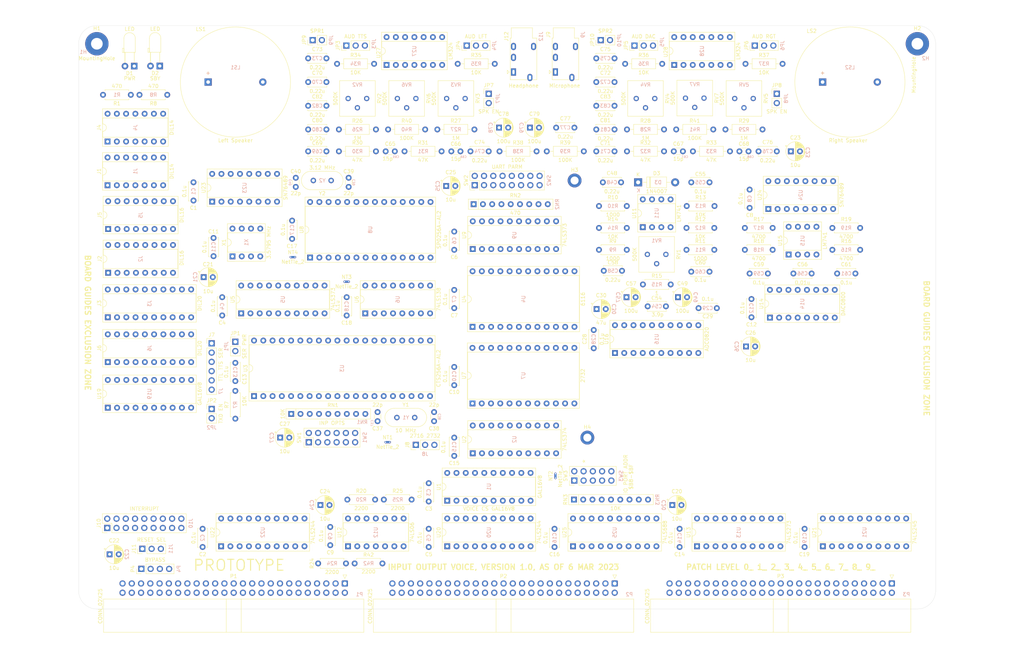
<source format=kicad_pcb>
(kicad_pcb (version 20211014) (generator pcbnew)
  (layers (0 "F.Cu" signal) (31 "B.Cu" signal) (34 "B.Paste" user) (35 "F.Paste" user) (36 "B.SilkS" user "B.Silkscreen") (37 "F.SilkS" user "F.Silkscreen") (38 "B.Mask" user) (39 "F.Mask" user) (44 "Edge.Cuts" user))
  (net 0 "")
  (net 1 "GND")
  (net 2 "VCC")
  (net 3 "Net-(C37-Pad1)")
  (net 4 "Net-(C38-Pad1)")
  (net 5 "Net-(C48-Pad2)")
  (net 6 "-12V")
  (net 7 "AUDIO_TTS")
  (net 8 "Net-(C56-Pad1)")
  (net 9 "/bus/~{TEND1}")
  (net 10 "/bus/~{DREQ1}")
  (net 11 "/bus/~{TEND0}")
  (net 12 "/bus/~{DREQ0}")
  (net 13 "~{M1}")
  (net 14 "~{IORQ}")
  (net 15 "~{WR}")
  (net 16 "~{RD}")
  (net 17 "A0")
  (net 18 "A1")
  (net 19 "A2")
  (net 20 "A3")
  (net 21 "A4")
  (net 22 "A5")
  (net 23 "A6")
  (net 24 "A7")
  (net 25 "+12V")
  (net 26 "D0")
  (net 27 "D1")
  (net 28 "D2")
  (net 29 "D3")
  (net 30 "D4")
  (net 31 "D5")
  (net 32 "D6")
  (net 33 "D7")
  (net 34 "/bus/D15")
  (net 35 "/bus/D31")
  (net 36 "/bus/D14")
  (net 37 "/bus/D30")
  (net 38 "/bus/D13")
  (net 39 "/bus/D29")
  (net 40 "/bus/D12")
  (net 41 "/bus/D28")
  (net 42 "/bus/D11")
  (net 43 "/bus/D27")
  (net 44 "/bus/D10")
  (net 45 "/bus/D26")
  (net 46 "/bus/D9")
  (net 47 "/bus/D25")
  (net 48 "/bus/D8")
  (net 49 "/bus/D24")
  (net 50 "/bus/D23")
  (net 51 "/bus/D22")
  (net 52 "/bus/D21")
  (net 53 "/bus/D20")
  (net 54 "/bus/D19")
  (net 55 "/bus/D18")
  (net 56 "/bus/D17")
  (net 57 "/bus/D16")
  (net 58 "/bus/~{BUSERR}")
  (net 59 "/bus/UDS")
  (net 60 "/bus/~{VPA}")
  (net 61 "/bus/LDS")
  (net 62 "/bus/~{VMA}")
  (net 63 "/bus/S2")
  (net 64 "/bus/~{BHE}")
  (net 65 "/bus/S1")
  (net 66 "/bus/IPL2")
  (net 67 "/bus/S0")
  (net 68 "/bus/IPL1")
  (net 69 "/bus/AUXCLK3")
  (net 70 "/bus/IPL0")
  (net 71 "/bus/AUXCLK2")
  (net 72 "/bus/A15")
  (net 73 "/bus/A31")
  (net 74 "/bus/A14")
  (net 75 "/bus/A30")
  (net 76 "/bus/A13")
  (net 77 "/bus/A29")
  (net 78 "/bus/A12")
  (net 79 "/bus/A28")
  (net 80 "/bus/A11")
  (net 81 "/bus/A27")
  (net 82 "/bus/A10")
  (net 83 "/bus/A26")
  (net 84 "/bus/A9")
  (net 85 "/bus/A25")
  (net 86 "/bus/A8")
  (net 87 "/bus/A24")
  (net 88 "/bus/A23")
  (net 89 "/bus/A22")
  (net 90 "/bus/A21")
  (net 91 "/bus/A20")
  (net 92 "/bus/A19")
  (net 93 "/bus/A18")
  (net 94 "/bus/A17")
  (net 95 "/bus/A16")
  (net 96 "/bus/IC3")
  (net 97 "/bus/IC2")
  (net 98 "/bus/IC1")
  (net 99 "/bus/IC0")
  (net 100 "/bus/AUXCLK1")
  (net 101 "/bus/AUXCLK0")
  (net 102 "/bus/E")
  (net 103 "/bus/ST")
  (net 104 "/bus/PHI")
  (net 105 "/bus/~{MREQ}")
  (net 106 "/bus/~{INT2}")
  (net 107 "/bus/~{INT1}")
  (net 108 "/bus/~{BUSACK}")
  (net 109 "/bus/CRUCLK")
  (net 110 "/bus/CLK")
  (net 111 "/bus/CRUOUT")
  (net 112 "/bus/CRUIN")
  (net 113 "/bus/~{NMI}")
  (net 114 "~{RES_IN}")
  (net 115 "~{RES_OUT}")
  (net 116 "/bus/USER8")
  (net 117 "/bus/~{BUSRQ}")
  (net 118 "/bus/USER7")
  (net 119 "Net-(C49-Pad1)")
  (net 120 "/bus/USER6")
  (net 121 "/bus/~{HALT}")
  (net 122 "/bus/USER5")
  (net 123 "/bus/~{RFSH}")
  (net 124 "/bus/USER4")
  (net 125 "/bus/USER3")
  (net 126 "/bus/USER2")
  (net 127 "/bus/USER1")
  (net 128 "/bus/USER0")
  (net 129 "~{BAI}")
  (net 130 "~{BAO}")
  (net 131 "~{IEI}")
  (net 132 "~{IEO}")
  (net 133 "/bus/I2C_SCL")
  (net 134 "/bus/I2C_SDA")
  (net 135 "Net-(C39-Pad1)")
  (net 136 "Net-(C40-Pad1)")
  (net 137 "Net-(C54-Pad1)")
  (net 138 "Net-(C54-Pad2)")
  (net 139 "/ADC-DAC/VPRE")
  (net 140 "Net-(C48-Pad1)")
  (net 141 "Net-(D1-Pad2)")
  (net 142 "Net-(D2-Pad1)")
  (net 143 "Net-(D2-Pad2)")
  (net 244 "/TTS/~{BUSY}")
  (net 245 "Net-(J7-Pad3)")
  (net 246 "/TTS/RXD")
  (net 247 "/TTS/TXD")
  (net 249 "/TTS/A11")
  (net 250 "Net-(J8-Pad2)")
  (net 251 "ONE")
  (net 252 "/ADC-DAC/VIN+")
  (net 253 "Net-(JP2-Pad2)")
  (net 254 "ZERO")
  (net 255 "VDD")
  (net 256 "VSS")
  (net 257 "~{CS_TTS}")
  (net 258 "Net-(C58-Pad1)")
  (net 259 "Net-(RN1-Pad2)")
  (net 260 "Net-(RN1-Pad3)")
  (net 261 "Net-(RN1-Pad4)")
  (net 262 "Net-(RN1-Pad5)")
  (net 263 "Net-(RN1-Pad6)")
  (net 264 "Net-(RN1-Pad7)")
  (net 267 "Net-(RN2-Pad2)")
  (net 268 "Net-(RN2-Pad3)")
  (net 269 "Net-(RN2-Pad4)")
  (net 270 "Net-(RN2-Pad5)")
  (net 271 "Net-(RN2-Pad6)")
  (net 272 "Net-(RN2-Pad7)")
  (net 273 "Net-(RN2-Pad8)")
  (net 274 "Net-(RN2-Pad9)")
  (net 275 "Net-(RN3-Pad2)")
  (net 276 "Net-(RN3-Pad3)")
  (net 277 "Net-(RN3-Pad4)")
  (net 278 "Net-(RN3-Pad5)")
  (net 282 "Net-(RN3-Pad9)")
  (net 283 "/TTS/SBY")
  (net 284 "/TTS/BUSY")
  (net 285 "Net-(C65-Pad1)")
  (net 286 "Net-(C73-Pad2)")
  (net 287 "/TTS/~{LOE}")
  (net 288 "/TTS/D0")
  (net 289 "bD0")
  (net 290 "bD1")
  (net 291 "/TTS/D1")
  (net 292 "/TTS/D2")
  (net 293 "bD2")
  (net 294 "bD3")
  (net 295 "/TTS/D3")
  (net 296 "/TTS/D4")
  (net 297 "bD4")
  (net 298 "bD5")
  (net 299 "/TTS/D5")
  (net 300 "/TTS/D6")
  (net 301 "bD6")
  (net 302 "bD7")
  (net 303 "/TTS/D7")
  (net 304 "/TTS/~{WE}")
  (net 305 "/TTS/~{LRQ}")
  (net 306 "~{bRESET}")
  (net 307 "/TTS/A14")
  (net 308 "/TTS/A13")
  (net 309 "/TTS/A12")
  (net 310 "/TTS/A10")
  (net 311 "/TTS/A9")
  (net 312 "/TTS/A8")
  (net 313 "/TTS/LE")
  (net 314 "/TTS/~{ENABLE}")
  (net 315 "/TTS/A7")
  (net 316 "/TTS/A6")
  (net 317 "/TTS/A5")
  (net 318 "/TTS/A4")
  (net 319 "/TTS/A3")
  (net 320 "/TTS/A2")
  (net 321 "/TTS/A1")
  (net 322 "/TTS/A0")
  (net 323 "/TTS/~{CS_RAM}")
  (net 324 "Net-(C80-Pad1)")
  (net 325 "/TTS/~{CS_ROM}")
  (net 326 "/TTS/~{ALD}")
  (net 327 "/TTS/~{UART_PAR}")
  (net 328 "Net-(C81-Pad1)")
  (net 329 "AUDIO_SNR")
  (net 330 "AUDIO_SNL")
  (net 331 "Net-(C58-Pad2)")
  (net 332 "Net-(C65-Pad2)")
  (net 333 "AUDIO_DAC")
  (net 334 "Net-(C66-Pad1)")
  (net 335 "Net-(C66-Pad2)")
  (net 336 "Net-(C67-Pad1)")
  (net 337 "Net-(C67-Pad2)")
  (net 338 "Net-(C68-Pad1)")
  (net 339 "Net-(C68-Pad2)")
  (net 340 "Net-(C69-Pad1)")
  (net 341 "Net-(C70-Pad1)")
  (net 342 "Net-(C71-Pad1)")
  (net 343 "Net-(C72-Pad1)")
  (net 344 "Net-(C74-Pad2)")
  (net 345 "Net-(C75-Pad2)")
  (net 346 "Net-(C76-Pad2)")
  (net 348 "Net-(J10-Pad1)")
  (net 349 "~{INT0}")
  (net 350 "~{EIRQ0}")
  (net 351 "~{EIRQ1}")
  (net 352 "~{EIRQ2}")
  (net 353 "~{EIRQ3}")
  (net 354 "~{EIRQ4}")
  (net 355 "~{EIRQ5}")
  (net 356 "~{EIRQ6}")
  (net 357 "~{EIRQ7}")
  (net 358 "Net-(J11-Pad2)")
  (net 359 "~{WAIT}")
  (net 360 "bA7")
  (net 361 "bA6")
  (net 362 "bA5")
  (net 363 "bA4")
  (net 364 "bA3")
  (net 365 "bA2")
  (net 366 "bA1")
  (net 367 "bA0")
  (net 368 "~{bRD}")
  (net 369 "~{bWR}")
  (net 370 "~{bM1}")
  (net 371 "~{bIORQ}")
  (net 372 "~{CS_ADC_WR}")
  (net 373 "/Sound/~{SN_WAIT}")
  (net 374 "Net-(RN3-Pad6)")
  (net 382 "/ADC-DAC/~{INTR}")
  (net 383 "/ADC-DAC/MSB")
  (net 384 "/ADC-DAC/LSB")
  (net 385 "~{CS_ADC}")
  (net 404 "Net-(C80-Pad2)")
  (net 405 "Net-(C81-Pad2)")
  (net 406 "Net-(C82-Pad2)")
  (net 407 "Net-(C83-Pad2)")
  (net 408 "Net-(JP3-Pad1)")
  (net 409 "Net-(JP4-Pad1)")
  (net 410 "Net-(JP5-Pad1)")
  (net 411 "Net-(JP6-Pad1)")
  (net 412 "Net-(JP7-Pad2)")
  (net 413 "Net-(JP8-Pad2)")
  (net 414 "Net-(JP9-Pad2)")
  (net 415 "Net-(JP10-Pad2)")
  (net 416 "Net-(R12-Pad2)")
  (net 417 "Net-(R16-Pad1)")
  (net 418 "Net-(R17-Pad1)")
  (net 419 "Net-(R18-Pad1)")
  (net 420 "~{CS_SN1}")
  (net 422 "/Sound/SN_CLK")
  (net 423 "~{CS_SN2}")
  (net 424 "Net-(R19-Pad1)")
  (net 425 "Net-(R20-Pad2)")
  (net 426 "Net-(R25-Pad2)")
  (net 440 "~{BRD_SEL}")
  (net 441 "A15-TTS")
  (net 444 "~{A15}")
  (net 445 "CS_TTS")
  (net 446 "~{CS_DAC_WR}")
  (net 448 "Net-(U13-Pad5)")
  (net 449 "Net-(U13-Pad6)")
  (net 450 "Net-(U13-Pad9)")
  (net 451 "Net-(U13-Pad12)")
  (net 452 "Net-(U13-Pad15)")
  (net 453 "Net-(U13-Pad16)")
  (net 464 "VB")
  (net 467 "Net-(J12-PadR1)")
  (net 469 "Net-(J12-PadT)")
  (footprint "MountingHole:MountingHole_3.2mm_M3_Pad" (layer "F.Cu") (at 265 75)
    (fp_text reference "H2")
    (fp_text value "MountingHole")
  )
  (footprint "MountingHole:MountingHole_3.2mm_M3_Pad" (layer "F.Cu") (at 40 75)
    (fp_text reference "H1")
    (fp_text value "MountingHole")
  )
  (footprint "Connector_IDC:IDC-Header_2x25_P2.54mm_Horizontal" (layer "F.Cu") (at 182 223 -90)
    (fp_text reference "P2")
    (fp_text value "CONN_02X25")
  )
  (footprint "Connector_IDC:IDC-Header_2x25_P2.54mm_Horizontal" (layer "F.Cu") (at 258 223 -90)
    (fp_text reference "P3")
    (fp_text value "CONN_02X25")
  )
  (footprint "Connector_IDC:IDC-Header_2x25_P2.54mm_Horizontal" (layer "F.Cu") (at 108 223 -90)
    (fp_text reference "P1")
    (fp_text value "CONN_02X25")
  )
  (footprint "Crystal:Crystal_HC49-4H_Vertical" (layer "F.Cu") (at 122.275 177.5)
    (fp_text reference "Y1")
    (fp_text value "10 MHz")
  )
  (footprint "Capacitor_THT:C_Disc_D5.0mm_W2.5mm_P5.00mm" (layer "F.Cu") (at 97.94888 85.5)
    (fp_text reference "C70")
    (fp_text value "0.22u")
  )
  (footprint "Potentiometer_THT:Potentiometer_Bourns_3386P_Vertical" (layer "F.Cu") (at 135.90888 90.015 -90)
    (fp_text reference "RV3")
    (fp_text value "500K")
  )
  (footprint "Capacitor_THT:C_Disc_D5.0mm_W2.5mm_P5.00mm" (layer "F.Cu") (at 97.94888 98.5)
    (fp_text reference "C80")
    (fp_text value "0.22u")
  )
  (footprint "Capacitor_THT:C_Disc_D5.0mm_W2.5mm_P5.00mm" (layer "F.Cu") (at 97.94888 79)
    (fp_text reference "C73")
    (fp_text value "0.22u")
  )
  (footprint "Capacitor_THT:C_Disc_D3.0mm_W1.6mm_P2.50mm" (layer "F.Cu") (at 116.975 176 -90)
    (fp_text reference "C37")
    (fp_text value "22p")
  )
  (footprint "Capacitor_THT:C_Disc_D5.0mm_W2.5mm_P5.00mm" (layer "F.Cu") (at 243 138)
    (fp_text reference "C61")
    (fp_text value "0.1u")
  )
  (footprint "MountingHole:MountingHole_2.2mm_M2_DIN965_Pad" (layer "F.Cu") (at 171 112.5)
    (fp_text reference "H3")
    (fp_text value "MountingHole")
  )
  (footprint "Resistor_THT:R_Axial_DIN0207_L6.3mm_D2.5mm_P10.16mm_Horizontal" (layer "F.Cu") (at 217.86888 80.5)
    (fp_text reference "R37")
    (fp_text value "10K")
  )
  (footprint "Resistor_THT:R_Axial_DIN0207_L6.3mm_D2.5mm_P10.16mm_Horizontal" (layer "F.Cu") (at 119.86888 98.5)
    (fp_text reference "R40")
    (fp_text value "100K")
  )
  (footprint "Capacitor_THT:C_Disc_D5.0mm_W2.5mm_P5.00mm" (layer "F.Cu") (at 178.75 113)
    (fp_text reference "C48")
    (fp_text value "0.22u")
  )
  (footprint "Capacitor_THT:C_Disc_D5.0mm_W2.5mm_P5.00mm" (layer "F.Cu") (at 210 147.5 180)
    (fp_text reference "C29")
    (fp_text value "0.1u")
  )
  (footprint "Capacitor_THT:C_Disc_D5.0mm_W2.5mm_P5.00mm" (layer "F.Cu") (at 108.5 144.5 -90)
    (fp_text reference "C18")
    (fp_text value "0.1u")
  )
  (footprint "Resistor_THT:R_Axial_DIN0207_L6.3mm_D2.5mm_P10.16mm_Horizontal" (layer "F.Cu") (at 138.94888 80.5)
    (fp_text reference "R35")
    (fp_text value "10K")
  )
  (footprint "Resistor_THT:R_Axial_DIN0207_L6.3mm_D2.5mm_P7.62mm_Horizontal" (layer "F.Cu") (at 49.31 89 180)
    (fp_text reference "R1")
    (fp_text value "470")
  )
  (footprint "Capacitor_THT:C_Disc_D5.0mm_W2.5mm_P5.00mm" (layer "F.Cu") (at 138 163.625 -90)
    (fp_text reference "C10")
    (fp_text value "0.1u")
  )
  (footprint "Package_DIP:DIP-20_W7.62mm_Socket" (layer "F.Cu") (at 239.075 212.8 90)
    (fp_text reference "U21")
    (fp_text value "74LS245")
  )
  (footprint "Capacitor_THT:C_Disc_D5.0mm_W2.5mm_P5.00mm" (layer "F.Cu") (at 77.975 162.5 -90)
    (fp_text reference "C13")
    (fp_text value "0.1u")
  )
  (footprint "Package_DIP:DIP-16_W7.62mm_Socket" (layer "F.Cu") (at 43.1 137.8 90)
    (fp_text reference "J2")
    (fp_text value "DIL16")
  )
  (footprint "Connector_PinHeader_2.54mm:PinHeader_1x03_P2.54mm_Vertical" (layer "F.Cu") (at 108.42388 75.5 90)
    (fp_text reference "JP3")
    (fp_text value "AUD TTS")
  )
  (footprint "Capacitor_THT:C_Disc_D5.0mm_W2.5mm_P5.00mm" (layer "F.Cu") (at 72 128.25 -90)
    (fp_text reference "C11")
    (fp_text value "0.1u")
  )
  (footprint "Resistor_THT:R_Axial_DIN0207_L6.3mm_D2.5mm_P10.16mm_Horizontal" (layer "F.Cu") (at 212.36888 98.5)
    (fp_text reference "R29")
    (fp_text value "1M")
  )
  (footprint "Resistor_THT:R_Axial_DIN0207_L6.3mm_D2.5mm_P10.16mm_Horizontal" (layer "F.Cu") (at 150.42 104.5)
    (fp_text reference "R38")
    (fp_text value "100K")
  )
  (footprint "Capacitor_THT:CP_Radial_D5.0mm_P2.50mm" (layer "F.Cu") (at 69.294888 139)
    (fp_text reference "C21")
    (fp_text value "10u")
  )
  (footprint "Capacitor_THT:C_Disc_D3.0mm_W1.6mm_P2.50mm" (layer "F.Cu") (at 109.045 114.25 90)
    (fp_text reference "C39")
    (fp_text value "22p")
  )
  (footprint "Resistor_THT:R_Axial_DIN0207_L6.3mm_D2.5mm_P7.62mm_Horizontal" (layer "F.Cu") (at 241.69 125.5)
    (fp_text reference "R19")
    (fp_text value "4700")
  )
  (footprint "NetTie:NetTie-2_THT_Pad0.3mm" (layer "F.Cu") (at 165.75 194.1 90)
    (fp_text reference "NT2")
    (fp_text value "NetTie_2")
  )
  (footprint "Capacitor_THT:C_Disc_D3.0mm_W1.6mm_P2.50mm" (layer "F.Cu") (at 119.19888 104.5)
    (fp_text reference "C65")
    (fp_text value "15p")
  )
  (footprint "Package_DIP:DIP-14_W7.62mm_Socket" (layer "F.Cu") (at 42.94 101.81 90)
    (fp_text reference "J4")
    (fp_text value "DIL14")
  )
  (footprint "Connector_PinHeader_2.54mm:PinHeader_1x03_P2.54mm_Vertical" (layer "F.Cu") (at 52.475 213.5 90)
    (fp_text reference "J11")
    (fp_text value "RESET SEL")
  )
  (footprint "Capacitor_THT:C_Disc_D3.0mm_W1.6mm_P2.50mm" (layer "F.Cu") (at 94.545 114.25 90)
    (fp_text reference "C40")
    (fp_text value "22p")
  )
  (footprint "Capacitor_THT:C_Disc_D5.0mm_W2.5mm_P5.00mm" (layer "F.Cu") (at 219 138)
    (fp_text reference "C59")
    (fp_text value "0.1u")
  )
  (footprint "Package_DIP:DIP-24_W15.24mm_Socket" (layer "F.Cu") (at 143.025 152.625 90)
    (fp_text reference "U4")
    (fp_text value "6116")
  )
  (footprint "Connector_PinHeader_2.54mm:PinHeader_1x03_P2.54mm_Vertical" (layer "F.Cu") (at 220.42388 75.5 90)
    (fp_text reference "JP6")
    (fp_text value "AUD RGT")
  )
  (footprint "Capacitor_THT:C_Disc_D5.0mm_W2.5mm_P5.00mm" (layer "F.Cu") (at 69 208 -90)
    (fp_text reference "C2")
    (fp_text value "0.1u")
  )
  (footprint "Package_DIP:DIP-20_W7.62mm_Socket" (layer "F.Cu") (at 170.575 212.8 90)
    (fp_text reference "U25")
    (fp_text value "74LS688")
  )
  (footprint "Package_DIP:DIP-20_W7.62mm_Socket" (layer "F.Cu") (at 136.075 200.3 90)
    (fp_text reference "U1")
    (fp_text value "GAL16V8")
  )
  (footprint "Resistor_THT:R_Axial_DIN0207_L6.3mm_D2.5mm_P7.62mm_Horizontal" (layer "F.Cu") (at 241.69 131.5)
    (fp_text reference "R16")
    (fp_text value "4700")
  )
  (footprint "Capacitor_THT:C_Disc_D5.0mm_W2.5mm_P5.00mm" (layer "F.Cu") (at 66.5 112.99 -90)
    (fp_text reference "C1")
    (fp_text value "0.1u")
  )
  (footprint "Resistor_THT:R_Array_SIP9" (layer "F.Cu") (at 170.825 200)
    (fp_text reference "RN3")
    (fp_text value "10K")
  )
  (footprint "Connector_PinHeader_2.54mm:PinHeader_2x06_P2.54mm_Vertical" (layer "F.Cu") (at 98.125 184.275 90)
    (fp_text reference "SW1")
    (fp_text value "INP OPTS")
  )
  (footprint "Potentiometer_THT:Potentiometer_Bourns_3386P_Vertical" (layer "F.Cu") (at 214.90888 90.015 -90)
    (fp_text reference "RV5")
    (fp_text value "500K")
  )
  (footprint "Capacitor_THT:C_Disc_D5.0mm_W2.5mm_P5.00mm" (layer "F.Cu") (at 138 126.5 -90)
    (fp_text reference "C6")
    (fp_text value "0.1u")
  )
  (footprint "Capacitor_THT:C_Disc_D5.0mm_W2.5mm_P5.00mm" (layer "F.Cu") (at 176.94888 104.5)
    (fp_text reference "C71")
    (fp_text value "0.22u")
  )
  (footprint "Capacitor_THT:C_Disc_D5.0mm_W2.5mm_P5.00mm" (layer "F.Cu") (at 176.94888 98.5)
    (fp_text reference "C81")
    (fp_text value "0.22u")
  )
  (footprint "Capacitor_THT:C_Disc_D3.0mm_W1.6mm_P2.50mm" (layer "F.Cu") (at 198.19888 104.5)
    (fp_text reference "C67")
    (fp_text value "15p")
  )
  (footprint "Capacitor_THT:CP_Radial_D5.0mm_P2.50mm" (layer "F.Cu") (at 185.233992 144.5)
    (fp_text reference "C57")
    (fp_text value "100u")
  )
  (footprint "Connector_PinHeader_2.54mm:PinHeader_1x03_P2.54mm_Vertical" (layer "F.Cu") (at 141.42388 75.5 90)
    (fp_text reference "JP4")
    (fp_text value "AUD LFT")
  )
  (footprint "Package_DIP:DIP-14_W7.62mm_Socket" (layer "F.Cu") (at 198.32388 80.8 90)
    (fp_text reference "U28")
    (fp_text value "LM324")
  )
  (footprint "Capacitor_THT:C_Disc_D5.0mm_W2.5mm_P5.00mm" (layer "F.Cu") (at 176.25 158.5 90)
    (fp_text reference "C28")
    (fp_text value "0.1u")
  )
  (footprint "Package_DIP:DIP-14_W7.62mm_Socket" (layer "F.Cu") (at 42.94 113.8 90)
    (fp_text reference "J1")
    (fp_text value "DIL14")
  )
  (footprint "Resistor_THT:R_Axial_DIN0207_L6.3mm_D2.5mm_P10.16mm_Horizontal" (layer "F.Cu") (at 198.86888 98.5)
    (fp_text reference "R41")
    (fp_text value "100K")
  )
  (footprint "Capacitor_THT:C_Disc_D3.0mm_W1.6mm_P2.50mm" (layer "F.Cu") (at 137.19888 104.5)
    (fp_text reference "C66")
    (fp_text value "15p")
  )
  (footprint "Capacitor_THT:C_Disc_D5.0mm_W2.5mm_P5.00mm" (layer "F.Cu") (at 93.545 123.5 -90)
    (fp_text reference "C17")
    (fp_text value "0.1u")
  )
  (footprint "Capacitor_THT:CP_Radial_D5.0mm_P2.50mm" (layer "F.Cu") (at 135.794888 114)
    (fp_text reference "C25")
    (fp_text value "10u")
  )
  (footprint "Package_DIP:DIP-8_W7.62mm_Socket" (layer "F.Cu") (at 189.7 125.3 90)
    (fp_text reference "U11")
    (fp_text value "LM741")
  )
  (footprint "NetTie:NetTie-2_THT_Pad0.3mm" (layer "F.Cu") (at 119.15 184.25)
    (fp_text reference "NT1")
    (fp_text value "NetTie_2")
  )
  (footprint "Package_DIP:DIP-20_W7.62mm_Socket" (layer "F.Cu") (at 204.575 212.8 90)
    (fp_text reference "U13")
    (fp_text value "74LS273")
  )
  (footprint "Package_DIP:DIP-16_W7.62mm_Socket" (layer "F.Cu") (at 71.625 118.3 90)
    (fp_text reference "U23")
    (fp_text value "SN76489")
  )
  (footprint "Potentiometer_THT:Potentiometer_Bourns_3386P_Vertical" (layer "F.Cu") (at 108.90888 90.015 -90)
    (fp_text reference "RV2")
    (fp_text value "500K")
  )
  (footprint "AudioJack2:Jack_3.5mm_PJ320E_Horizontal" (layer "F.Cu") (at 165.75 82.75)
    (fp_text reference "J9")
    (fp_text value "Microphone")
  )
  (footprint "Potentiometer_THT:Potentiometer_Bourns_3386P_Vertical" (layer "F.Cu") (at 201.40888 89.913 -90)
    (fp_text reference "RV7")
    (fp_text value "500K")
  )
  (footprint "Resistor_THT:R_Axial_DIN0207_L6.3mm_D2.5mm_P7.62mm_Horizontal" (layer "F.Cu") (at 201.75 119.5)
    (fp_text reference "R13")
    (fp_text value "10K")
  )
  (footprint "Capacitor_THT:CP_Radial_D5.0mm_P2.50mm" (layer "F.Cu") (at 43.5 215)
    (fp_text reference "C22")
    (fp_text value "10u")
  )
  (footprint "Capacitor_THT:C_Disc_D5.0mm_W2.5mm_P5.00mm" (layer "F.Cu") (at 104 207.5 -90)
    (fp_text reference "C9")
    (fp_text value "0.1u")
  )
  (footprint "Package_DIP:DIP-16_W7.62mm_Socket" (layer "F.Cu") (at 43.1 125.8 90)
    (fp_text reference "J5")
    (fp_text value "DIL16")
  )
  (footprint "Capacitor_THT:CP_Radial_D5.0mm_P2.50mm" (layer "F.Cu") (at 90.269888 183)
    (fp_text reference "C27")
    (fp_text value "10u")
  )
  (footprint "Capacitor_THT:C_Disc_D5.0mm_W2.5mm_P5.00mm" (layer "F.Cu") (at 138 142.5 -90)
    (fp_text reference "C7")
    (fp_text value "0.1u")
  )
  (footprint "Capacitor_THT:C_Disc_D5.0mm_W2.5mm_P5.00mm" (layer "F.Cu") (at 231 138)
    (fp_text reference "C56")
    (fp_text value "0.01u")
  )
  (footprint "Resistor_THT:R_Axial_DIN0207_L6.3mm_D2.5mm_P7.62mm_Horizontal" (layer "F.Cu") (at 108.69 200)
    (fp_text reference "R20")
    (fp_text value "2200")
  )
  (footprint "Capacitor_THT:C_Disc_D3.0mm_W1.6mm_P2.50mm" (layer "F.Cu") (at 132.475 176 -90)
    (fp_text reference "C38")
    (fp_text value "22p")
  )
  (footprint "Capacitor_THT:C_Disc_D5.0mm_W2.5mm_P5.00mm" (layer "F.Cu") (at 219.5 145 -90)
    (fp_text reference "C12")
    (fp_text value "0.1u")
  )
  (footprint "Capacitor_THT:C_Disc_D5.0mm_W2.5mm_P5.00mm" (layer "F.Cu") (at 97.94888 104.5)
    (fp_text reference "C69")
    (fp_text value "0.22u")
  )
  (footprint "Connector_Audio:Jack_3.5mm_PJ320E_Horizontal" (layer "F.Cu") (at 154.25 82.75)
    (fp_text reference "J12")
    (fp_text value "Headphone")
  )
  (footprint "Resistor_THT:R_Axial_DIN0207_L6.3mm_D2.5mm_P10.16mm_Horizontal" (layer "F.Cu") (at 105.86888 80.5)
    (fp_text reference "R34")
    (fp_text value "10K")
  )
  (footprint "Resistor_THT:R_Axial_DIN0207_L6.3mm_D2.5mm_P10.16mm_Horizontal" (layer "F.Cu") (at 106.36888 104.5)
    (fp_text reference "R30")
    (fp_text value "47K")
  )
  (footprint "Jameco PCB Speaker 30mm 135722:Jameco PCB Speaker 30mm 135722" (layer "F.Cu") (at 74.2 85.5)
    (fp_text reference "LS1")
    (fp_text value "Left Speaker")
  )
  (footprint "Resistor_THT:R_Axial_DIN0207_L6.3mm_D2.5mm_P7.62mm_Horizontal" (layer "F.Cu") (at 189.734888 141)
    (fp_text reference "R15")
    (fp_text value "1")
  )
  (footprint "Package_DIP:DIP-24_W15.24mm_Socket" (layer "F.Cu") (at 143 173.625 90)
    (fp_text reference "U7")
    (fp_text value "2732")
  )
  (footprint "Capacitor_THT:C_Disc_D3.0mm_W1.6mm_P2.50mm" (layer "F.Cu") (at 216.19888 104.5)
    (fp_text reference "C68")
    (fp_text value "15p")
  )
  (footprint "Capacitor_THT:CP_Radial_D5.0mm_P2.50mm" (layer "F.Cu") (at 101.294888 201.5)
    (fp_text reference "C24")
    (fp_text value "10u")
  )
  (footprint "Resistor_THT:R_Axial_DIN0207_L6.3mm_D2.5mm_P10.16mm_Horizontal" (layer "F.Cu") (at 184.86888 80.5)
    (fp_text reference "R36")
    (fp_text value "10K")
  )
  (footprint "MountingHole:MountingHole_2.2mm_M2_DIN965_Pad" (layer "F.Cu") (at 174.5 183)
    (fp_text reference "H4")
    (fp_text value "MountingHole")
  )
  (footprint "Resistor_THT:R_Axial_DIN0207_L6.3mm_D2.5mm_P7.62mm_Horizontal" (layer "F.Cu") (at 201.69 125.5)
    (fp_text reference "R12")
    (fp_text value "10K")
  )
  (footprint "LED_THT:LED_D3.0mm_Horizontal_O3.81mm_Z2.0mm" (layer "F.Cu") (at 50.25 81.13 180)
    (fp_text reference "D1")
    (fp_text value "LED")
  )
  (footprint "Resistor_THT:R_Axial_DIN0207_L6.3mm_D2.5mm_P7.62mm_Horizontal" (layer "F.Cu") (at 59.31 89 180)
    (fp_text reference "R8")
    (fp_text value "470")
  )
  (footprint "Resistor_THT:R_Axial_DIN0207_L6.3mm_D2.5mm_P10.16mm_Horizontal" (layer "F.Cu") (at 163.36888 104.5)
    (fp_text reference "R39")
    (fp_text value "100K")
  )
  (footprint "Package_DIP:DIP-20_W7.62mm_Socket" (layer "F.Cu") (at 74.075 212.8 90)
    (fp_text reference "U22")
    (fp_text value "74LS244")
  )
  (footprint "Potentiometer_THT:Potentiometer_Bourns_3386P_Vertical" (layer "F.Cu") (at 122.40888 90.015 -90)
    (fp_text reference "RV6")
    (fp_text value "500K")
  )
  (footprint "Connector_PinHeader_2.54mm:PinHeader_2x08_P2.54mm_Vertical" (layer "F.Cu") (at 143.625 113.775 90)
    (fp_text reference "SW2")
    (fp_text value "UART PARM")
  )
  (footprint "Diode_THT:D_DO-41_SOD81_P10.16mm_Horizontal" (layer "F.Cu") (at 188.42 113)
    (fp_text reference "D3")
    (fp_text value "1N4007")
  )
  (footprint "Capacitor_THT:C_Disc_D5.0mm_W2.5mm_P5.00mm" (layer "F.Cu") (at 176.94888 92)
    (fp_text reference "C83")
    (fp_text value "0.22u")
  )
  (footprint "Resistor_THT:R_Array_SIP9" (layer "F.Cu") (at 93.3 176.5)
    (fp_text reference "RN1")
    (fp_text value "10K")
  )
  (footprint "Resistor_THT:R_Axial_DIN0207_L6.3mm_D2.5mm_P7.62mm_Horizontal" (layer "F.Cu") (at 177.69 125.5)
    (fp_text reference "R14")
    (fp_text value "10K")
  )
  (footprint "Capacitor_THT:C_Disc_D5.0mm_W2.5mm_P5.00mm" (layer "F.Cu") (at 219 115 -90)
    (fp_text reference "C8")
    (fp_text value "0.1u")
  )
  (footprint "Package_DIP:DIP-20_W7.62mm_Socket" (layer "F.Cu") (at 182.075 159.8 90)
    (fp_text reference "U16")
    (fp_text value "ADC0820")
  )
  (footprint "Package_DIP:DIP-14_W7.62mm_Socket" (layer "F.Cu") (at 119.44888 80.8 90)
    (fp_text reference "U27")
    (fp_text value "LM324")
  )
  (footprint "Package_DIP:DIP-20_W7.62mm_Socket" (layer "F.Cu") (at 43 150 90)
    (fp_text reference "J3")
    (fp_text value "DIL20")
  )
  (footprint "Connector_PinHeader_2.54mm:PinHeader_1x04_P2.54mm_Vertical" (layer "F.Cu") (at 52.2 219 90)
    (fp_text reference "P4")
    (fp_text value "BYPASS")
  )
  (footprint "Resistor_THT:R_Axial_DIN0207_L6.3mm_D2.5mm_P7.62mm_Horizontal" (layer "F.Cu") (at 177.69 119.5)
    (fp_text reference "R10")
    (fp_text value "1000")
  )
  (footprint "Capacitor_THT:C_Disc_D5.0mm_W2.5mm_P5.00mm" (layer "F.Cu") (at 176.94888 79)
    (fp_text reference "C75")
    (fp_text value "0.22u")
  )
  (footprint "Capacitor_THT:CP_Radial_D5.0mm_P2.50mm" (layer "F.Cu") (at 218.019328 158)
    (fp_text reference "C26")
    (fp_text value "10u")
  )
  (footprint "Resistor_THT:R_Axial_DIN0207_L6.3mm_D2.5mm_P7.62mm_Horizontal" (layer "F.Cu") (at 217.69 125.5)
    (fp_text reference "R17")
    (fp_text value "4700")
  )
  (footprint "Resistor_THT:R_Axial_DIN0207_L6.3mm_D2.5mm_P7.62mm_Horizontal" (layer "F.Cu") (at 110.69 217.5)
    (fp_text reference "R42")
    (fp_text value "2200")
  )
  (footprint "Package_DIP:DIP-8_W7.62mm_Socket" (layer "F.Cu") (at 229.7 132.8 90)
    (fp_text reference "U15")
    (fp_text value "LM741")
  )
  (footprint "Connector_PinHeader_2.54mm:PinHeader_2x05_P2.54mm_Vertical" (layer "F.Cu") (at 170.925 194.775 90)
    (fp_text reference "SW3")
    (fp_text value "IO PORT ADDR")
  )
  (footprint "Package_DIP:DIP-20_W7.62mm_Socket" (layer "F.Cu") (at 136.075 212.8 90)
    (fp_text reference "U20")
    (fp_text value "74LS244")
  )
  (footprint "Resistor_THT:R_Axial_DIN0207_L6.3mm_D2.5mm_P7.62mm_Horizontal" (layer "F.Cu") (at 177.69 131.5)
    (fp_text reference "R9")
    (fp_text value "1000")
  )
  (footprint "Crystal:Crystal_HC49-4H_Vertical" (layer "F.Cu") (at 104.245 112.5 180)
    (fp_text reference "Y2")
    (fp_text value "3.12 MHz")
  )
  (footprint "Capacitor_THT:CP_Radial_D5.0mm_P2.50mm" (layer "F.Cu") (at 150.294888 98)
    (fp_text reference "C78")
    (fp_text value "100u")
  )
  (footprint "Connector_PinHeader_2.54mm:PinHeader_1x03_P2.54mm_Vertical" (layer "F.Cu") (at 127.475 185 90)
    (fp_text reference "J8")
    (fp_text value "2716 2732")
  )
  (footprint "Resistor_THT:R_Axial_DIN0207_L6.3mm_D2.5mm_P10.16mm_Horizontal" (layer "F.Cu") (at 133.36888 98.5)
    (fp_text reference "R27")
    (fp_text value "1M")
  )
  (footprint "Package_DIP:DIP-16_W7.62mm_Socket" (layer "F.Cu") (at 224.56 150.1 90)
    (fp_text reference "U14")
    (fp_text value "DAC0800")
  )
  (footprint "Resistor_THT:R_Axial_DIN0207_L6.3mm_D2.5mm_P10.16mm_Horizontal" (layer "F.Cu") (at 106.36888 98.5)
    (fp_text reference "R26")
    (fp_text value "1M")
  )
  (footprint "Capacitor_THT:C_Disc_D5.0mm_W2.5mm_P5.00mm" (layer "F.Cu") (at 176.94888 85.5)
    (fp_text reference "C72")
    (fp_text value "0.22u")
  )
  (footprint "Package_DIP:DIP-8_W7.62mm_Socket" (layer "F.Cu") (at 77.19 133.3 90)
    (fp_text reference "X1")
    (fp_text value "3.5795 MHz")
  )
  (footprint "Resistor_THT:R_Axial_DIN0207_L6.3mm_D2.5mm_P7.62mm_Horizontal" (layer "F.Cu") (at 217.69 131.5)
    (fp_text reference "R18")
    (fp_text value "4700")
  )
  (footprint "Connector_PinHeader_2.54mm:PinHeader_2x09_P2.54mm_Vertical" (layer "F.Cu") (at 42.85 207.775 90)
    (fp_text reference "J10")
    (fp_text value "INTERRUPT")
  )
  (footprint "Package_DIP:DIP-16_W7.62mm_Socket" (layer "F.Cu") (at 113.6 148.925 90)
    (fp_text reference "U6")
    (fp_text value "74LS138")
  )
  (footprint "Connector_PinHeader_2.54mm:PinHeader_1x03_P2.54mm_Vertical" (layer "F.Cu") (at 187.42388 75.5 90)
    (fp_text reference "JP5")
    (fp_text value "AUD DAC")
  )
  (footprint "Resistor_THT:R_Axial_DIN0207_L6.3mm_D2.5mm_P7.62mm_Horizontal" (layer "F.Cu") (at 77.975 177.81 90)
    (fp_text reference "R7")
    (fp_text value "10K")
  )
  (footprint "Package_DIP:DIP-40_W15.24mm_Socket" (layer "F.Cu") (at 83.1 171.625 90)
    (fp_text reference "U3")
    (fp_text value "CTS256A-AL2")
  )
  (footprint "Resistor_THT:R_Axial_DIN0207_L6.3mm_D2.5mm_P7.62mm_Horizontal" (layer "F.Cu") (at 100.69 217.5)
    (fp_text reference "R24")
    (fp_text value "2200")
  )
  (footprint "Capacitor_THT:CP_Radial_D5.0mm_P2.50mm" (layer "F.Cu") (at 177.044888 147.75)
    (fp_text reference "C30")
    (fp_text value "47u")
  )
  (footprint "Resistor_THT:R_Axial_DIN0207_L6.3mm_D2.5mm_P10.16mm_Horizontal" (layer "F.Cu") (at 185.36888 104.5)
    (fp_text reference "R32")
    (fp_text value "47K")
  )
  (footprint "Capacitor_THT:C_Disc_D5.0mm_W2.5mm_P5.00mm" (layer "F.Cu") (at 165.94888 98)
    (fp_text reference "C77")
    (fp_text value "0.22u")
  )
  (footprint "Potentiometer_THT:Potentiometer_Bourns_3386P_Vertical" (layer "F.Cu") (at 190.96 132.765 -90)
    (fp_text reference "RV1")
    (fp_text value "500K")
  )
  (footprint "Connector_PinHeader_2.54mm:PinHeader_1x06_P2.54mm_Vertical" (layer "F.Cu") (at 71.475 157.15)
    (fp_text reference "J7")
    (fp_text value "TTL TTS SER")
  )
  (footprint "Package_DIP:DIP-20_W7.62mm_Socket" (layer "F.Cu") (at 79.575 148.925 90)
    (fp_text reference "U5")
    (fp_text value "74LS373")
  )
  (footprint "Package_DIP:DIP-28_W15.24mm_Socket" (layer "F.Cu") (at 98.475 133.625 90)
    (fp_text reference "U8")
    (fp_text value "SP0256A-AL2")
  )
  (footprint "Capacitor_THT:C_Disc_D5.0mm_W2.5mm_P5.00mm" (layer "F.Cu") (at 142.44888 104.5)
    (fp_text reference "C74")
    (fp_text value "0.22u")
  )
  (footprint "NetTie:NetTie-2_THT_Pad0.3mm" (layer "F.Cu") (at 93.15 133.5)
    (fp_text reference "NT4")
    (fp_text value "NetTie_2")
  )
  (footprint "Capacitor_THT:C_Disc_D5.0mm_W2.5mm_P5.00mm" (layer "F.Cu") (at 165.5 208 -90)
    (fp_text reference "C16")
    (fp_text value "0.1u")
  )
  (footprint "Capacitor_THT:C_Disc_D5.0mm_W2.5mm_P5.00mm" (layer "F.Cu") (at 203 113)
    (fp_text reference "C55")
    (fp_text value "0.1u")
  )
  (footprint "Resistor_THT:R_Axial_DIN0207_L6.3mm_D2.5mm_P7.62mm_Horizontal" (layer "F.Cu") (at 118.69 200)
    (fp_text reference "R25")
    (fp_text value "2200")
  )
  (footprint "Capacitor_THT:C_Disc_D5.0mm_W2.5mm_P5.00mm" (layer "F.Cu") (at 97.94888 92)
    (fp_text reference "C82")
    (fp_text value "0.22u")
  )
  (footprint "Connector_PinHeader_2.54mm:PinHeader_1x02_P2.54mm_Vertical" (layer "F.Cu") (at 77.975 156.725)
    (fp_text reference "JP1")
    (fp_text value "SER PWR")
  )
  (footprint "Capacitor_THT:C_Disc_D5.0mm_W2.5mm_P5.00mm" (layer "F.Cu") (at 234.075 208 -90)
    (fp_text reference "C19")
    (fp_text value "0.1u")
  )
  (footprint "Capacitor_THT:C_Disc_D5.0mm_W2.5mm_P5.00mm" (layer "F.Cu") (at 191.044888 147)
    (fp_text reference "C54")
    (fp_text value "3.9p")
  )
  (footprint "Package_DIP:DIP-20_W7.62mm_Socket" (layer "F.Cu") (at 43 174.8 90)
    (fp_text reference "U19")
    (fp_text value "GAL16V8")
  )
  (footprint "Capacitor_THT:CP_Radial_D5.0mm_P2.50mm" (layer "F.Cu") (at 197.794888 201.5)
    (fp_text reference "C20")
    (fp_text value "10u")
  )
  (footprint "Connector_PinHeader_2.54mm:PinHeader_1x02_P2.54mm_Vertical" (layer "F.Cu") (at 226.44888 88.72)
    (fp_text reference "JP8")
    (fp_text value "SPK EN")
  )
  (footprint "Connector_PinHeader_2.54mm:PinHeader_1x02_P2.54mm_Vertical" (layer "F.Cu") (at 178.17388 74 90)
    (fp_text reference "JP10")
    (fp_text value "SPR2")
  )
  (footprint "Package_DIP:DIP-16_W7.62mm_Socket" (layer "F.Cu") (at 224.125 120.3 90)
    (fp_text reference "U24")
    (fp_text value "SN76489")
  )
  (footprint "Connector_PinHeader_2.54mm:PinHeader_1x02_P2.54mm_Vertical" (layer "F.Cu") (at 71.475 175.15)
    (fp_text reference "JP2")
    (fp_text value "TXD EN")
  )
  (footprint "Capacitor_THT:C_Disc_D5.0mm_W2.5mm_P5.00mm" (layer "F.Cu") (at 74.375 144.5 -90)
    (fp_text reference "C4")
    (fp_text value "0.1u")
  )
  (footprint "Package_DIP:DIP-20_W7.62mm_Socket" (layer "F.Cu") (at 143.075 131.3 90)
    (fp_text reference "U9")
    (fp_text value "74LS373")
  )
  (footprint "Resistor_THT:R_Axial_DIN0207_L6.3mm_D2.5mm_P10.16mm_Horizontal" (layer "F.Cu") (at 185.36888 98.5)
    (fp_text reference "R28")
    (fp_text value "1M")
  )
  (footprint "Capacitor_THT:C_Disc_D5.0mm_W2.5mm_P5.00mm" (layer "F.Cu") (at 199.8 208 -90)
    (fp_text reference "C14")
    (fp_text value "0.1u")
  )
  (footprint "Resistor_THT:R_Axial_DIN0207_L6.3mm_D2.5mm_P10.16mm_Horizontal" (layer "F.Cu") (at 203.44888 104.5)
    (fp_text reference "R33")
    (fp_text value "47K")
  )
  (footprint "Capacitor_THT:C_Disc_D5.0mm_W2.5mm_P5.00mm" (layer "F.Cu") (at 203 137.5)
    (fp_text reference "C60")
    (fp_text value "0.1u")
  )
  (footprint "Resistor_THT:R_Axial_DIN0207_L6.3mm_D2.5mm_P10.16mm_Horizontal" (layer "F.Cu") (at 124.36888 104.5)
    (fp_text reference "R31")
    (fp_text value "47K")
  )
  (footprint "Capacitor_THT:CP_Radial_D5.0mm_P2.50mm" (layer "F.Cu") (at 199.339776 144.5)
    (fp_text reference "C49")
    (fp_text value "100u")
  )
  (footprint "Resistor_THT:R_Axial_DIN0207_L6.3mm_D2.5mm_P7.62mm_Horizontal" (layer "F.Cu") (at 201.69 131.5)
    (fp_text reference "R11")
    (fp_text value "1000")
  )
  (footprint "Capacitor_THT:CP_Radial_D5.0mm_P2.50mm" (layer "F.Cu") (at 230.294888 104.5)
    (fp_text reference "C23")
    (fp_text value "10u")
  )
  (footprint "Package_DIP:DIP-20_W7.62mm_Socket" (layer "F.Cu") (at 43 162.3 90)
    (fp_text reference "J6")
    (fp_text value "DIL20")
  )
  (footprint "Capacitor_THT:C_Disc_D5.0mm_W2.5mm_P5.00mm" (layer "F.Cu") (at 179 137.25)
    (fp_text reference "C58")
    (fp_text value "0.22u")
  )
  (footprint "Jameco PCB Speaker 30mm 135722:Jameco PCB Speaker 30mm 135722" (layer "F.Cu") (at 242.7 85.5)
    (fp_text reference "LS2")
    (fp_text value "Right Speaker")
  )
  (footprint "LED_THT:LED_D3.0mm_Horizontal_O3.81mm_Z2.0mm" (layer "F.Cu") (at 57.25 81.1 180)
    (fp_text reference "D2")
    (fp_text value "LED")
  )
  (footprint "Capacitor_THT:C_Disc_D5.0mm_W2.5mm_P5.00mm" (layer "F.Cu") (at 221.44888 104.5)
    (fp_text reference "C76")
    (fp_text value "0.22u")
  )
  (footprint "Package_DIP:DIP-20_W7.62mm_Socket" (layer "F.Cu") (at 143.075 187.3 90)
    (fp_text reference "U2")
    (fp_text value "74LS374")
  )
  (footprint "Connector_PinHeader_2.54mm:PinHeader_1x02_P2.54mm_Vertical" (layer "F.Cu") (at 99.17388 74 90)
    (fp_text reference "JP9")
    (fp_text value "SPR1")
  )
  (footprint "Capacitor_THT:C_Disc_D5.0mm_W2.5mm_P5.00mm" (layer "F.Cu") (at 138 183 -90)
    (fp_text reference "C15")
    (fp_text value "0.1u")
  )
  (footprint "Package_DIP:DIP-14_W7.62mm_Socket" (layer "F.Cu") (at 108.875 212.8 90)
    (fp_text reference "U12")
    (fp_text value "74LS06")
  )
  (footprint "Capacitor_THT:C_Disc_D5.0mm_W2.5mm_P5.00mm" (layer "F.Cu") (at 131 195.5 -90)
    (fp_text reference "C3")
    (fp_text value "0.1u")
  )
  (footprint "Resistor_THT:R_Array_SIP9" (layer "F.Cu") (at 143.325 119)
    (fp_text reference "RN2")
    (fp_text value "470")
  )
  (footprint "Connector_PinHeader_2.54mm:PinHeader_1x02_P2.54mm_Vertical" (layer "F.Cu") (at 147.44888 88.725)
    (fp_text reference "JP7")
    (fp_text value "SPK EN")
  )
  (footprint "NetTie:NetTie-2_THT_Pad0.3mm" (layer "F.Cu") (at 107.9 140.25)
    (fp_text reference "NT3")
    (fp_text value "NetTie_2")
  )
  (footprint "Capacitor_THT:CP_Radial_D5.0mm_P2.50mm" (layer "F.Cu") (at 158.743768 98)
    (fp_text reference "C79")
    (fp_text value "100u")
  )
  (footprint "Potentiometer_THT:Potentiometer_Bourns_3386P_Vertical" (layer "F.Cu") (at 187.90888 90.015 -90)
    (fp_text reference "RV4")
    (fp_text value "500K")
  )
  (footprint "Capacitor_THT:C_Disc_D5.0mm_W2.5mm_P5.00mm" (layer "F.Cu") (at 131 208 -90)
    (fp_text reference "C5")
    (fp_text value "0.1u")
  )
  (gr_line (start 35 75) (end 35 225) (layer "Edge.Cuts") (width 0.05))
  (gr_line (start 40 230) (end 265 230) (layer "Edge.Cuts") (width 0.05))
  (gr_line (start 270 225) (end 270 75) (layer "Edge.Cuts") (width 0.05))
  (gr_line (start 265 70) (end 40 70) (layer "Edge.Cuts") (width 0.05))
  (gr_arc (start 265 70) (mid 268.535534 71.464466) (end 270 75) (layer "Edge.Cuts") (width 0.05))
  (gr_arc (start 40 230) (mid 36.464466 228.535534) (end 35 225) (layer "Edge.Cuts") (width 0.05))
  (gr_arc (start 35 75) (mid 36.464466 71.464466) (end 40 70) (layer "Edge.Cuts") (width 0.05))
  (gr_arc (start 270 225) (mid 268.535534 228.535534) (end 265 230) (layer "Edge.Cuts") (width 0.05))
  (gr_text "BOARD GUIDES EXCLUSION ZONE" (at 267.5 158.5 270) (layer "F.SilkS") (effects (font (size 1.5 1.5) (thickness 0.3))))
  (gr_text "BOARD GUIDES EXCLUSION ZONE" (at 37.5 151.5 270) (layer "F.SilkS") (effects (font (size 1.5 1.5) (thickness 0.3))))
  (gr_text "INPUT OUTPUT VOICE, VERSION 1.0, AS OF 6 MAR 2023" (at 151.5 218.5) (layer "F.SilkS") (effects (font (size 1.5 1.5) (thickness 0.3))))
  (gr_text "PWR" (at 49 84.5) (layer "F.SilkS") (effects (font (size 1 1))))
  (gr_text "SBY" (at 56 84.5) (layer "F.SilkS") (effects (font (size 1 1))))
  (gr_text "PROTOTYPE" (at 79 218) (layer "F.SilkS") (effects (font (size 3 3) (thickness 0.3))))
  (gr_text "VOICE CS GAL16V8" (at 147.5 202.5) (layer "F.SilkS") (effects (font (size 1 1))))
  (gr_text "PATCH LEVEL 0_ 1_ 2_ 3_ 4_ 5_ 6_ 7_ 8_ 9_" (at 227.5 218.5) (layer "F.SilkS") (effects (font (size 1.5 1.5) (thickness 0.3))))
  (gr_text "$B8-$BF" (at 186.5 193.75 90) (layer "F.SilkS") (effects (font (size 1 1))))
  (gr_text "*" (at 174 189.5 90) (layer "F.SilkS") (effects (font (size 1.5 1.5)) (justify mirror)))
)
</source>
